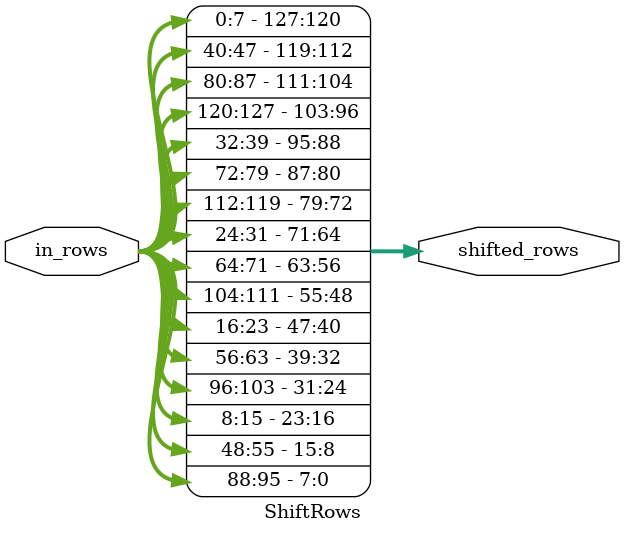
<source format=v>
`timescale 1ns / 1ps


module ShiftRows(
    input [0:127] in_rows,
    output [0:127] shifted_rows
    );
    
    // zero shifting
    assign shifted_rows[0+:8] = in_rows[0+:8];
    assign shifted_rows[32+:8] = in_rows[32+:8];
    assign shifted_rows[64+:8] = in_rows[64+:8];
    assign shifted_rows[96+:8] = in_rows[96+:8];
    
    // shifting to left by 1 cell
    assign shifted_rows[8+:8] = in_rows[40+:8];
    assign shifted_rows[40+:8] = in_rows[72+:8];
    assign shifted_rows[72+:8] = in_rows[104+:8];
    assign shifted_rows[104+:8] = in_rows[8+:8];
    
    // shifting to left by 2 cell
    assign shifted_rows[16+:8] = in_rows[80+:8];
    assign shifted_rows[48+:8] = in_rows[112+:8];
    assign shifted_rows[80+:8] = in_rows[16+:8];
    assign shifted_rows[112+:8] = in_rows[48+:8];
    
    // shifting to left by 3 cell
    assign shifted_rows[24+:8] = in_rows[120+:8];
    assign shifted_rows[56+:8] = in_rows[24+:8];
    assign shifted_rows[88+:8] = in_rows[56+:8];
    assign shifted_rows[120+:8] = in_rows[88+:8];
endmodule

</source>
